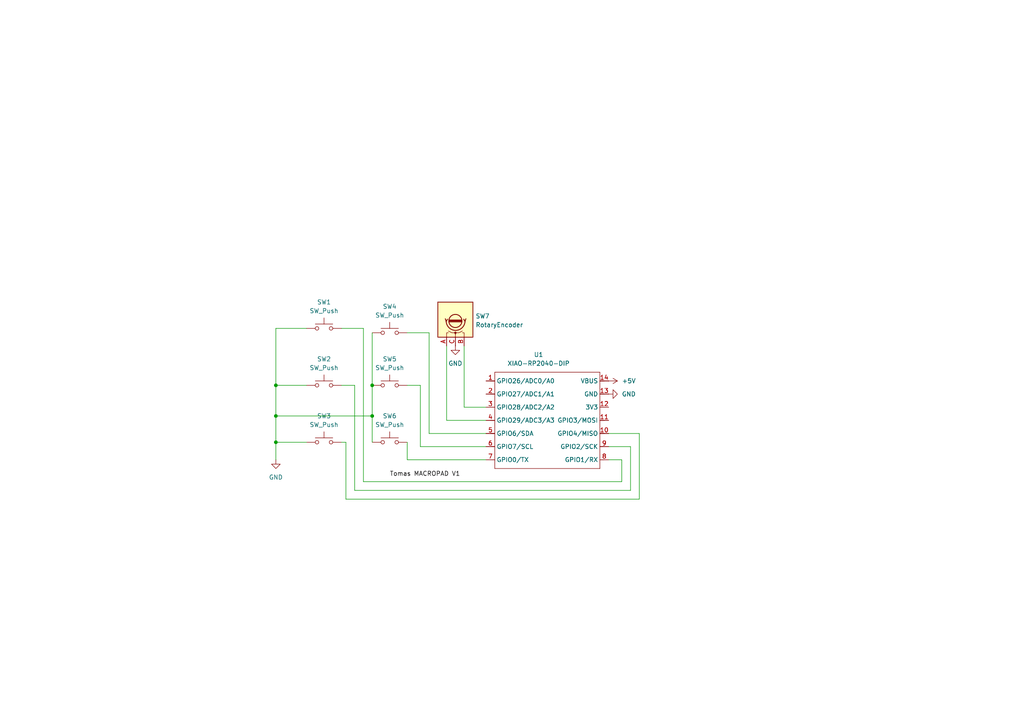
<source format=kicad_sch>
(kicad_sch
	(version 20250114)
	(generator "eeschema")
	(generator_version "9.0")
	(uuid "3523a12a-fb1d-4c0e-aa26-3c5b02e4633b")
	(paper "A4")
	(lib_symbols
		(symbol "Device:RotaryEncoder"
			(pin_names
				(offset 0.254)
				(hide yes)
			)
			(exclude_from_sim no)
			(in_bom yes)
			(on_board yes)
			(property "Reference" "SW"
				(at 0 6.604 0)
				(effects
					(font
						(size 1.27 1.27)
					)
				)
			)
			(property "Value" "RotaryEncoder"
				(at 0 -6.604 0)
				(effects
					(font
						(size 1.27 1.27)
					)
				)
			)
			(property "Footprint" ""
				(at -3.81 4.064 0)
				(effects
					(font
						(size 1.27 1.27)
					)
					(hide yes)
				)
			)
			(property "Datasheet" "~"
				(at 0 6.604 0)
				(effects
					(font
						(size 1.27 1.27)
					)
					(hide yes)
				)
			)
			(property "Description" "Rotary encoder, dual channel, incremental quadrate outputs"
				(at 0 0 0)
				(effects
					(font
						(size 1.27 1.27)
					)
					(hide yes)
				)
			)
			(property "ki_keywords" "rotary switch encoder"
				(at 0 0 0)
				(effects
					(font
						(size 1.27 1.27)
					)
					(hide yes)
				)
			)
			(property "ki_fp_filters" "RotaryEncoder*"
				(at 0 0 0)
				(effects
					(font
						(size 1.27 1.27)
					)
					(hide yes)
				)
			)
			(symbol "RotaryEncoder_0_1"
				(rectangle
					(start -5.08 5.08)
					(end 5.08 -5.08)
					(stroke
						(width 0.254)
						(type default)
					)
					(fill
						(type background)
					)
				)
				(polyline
					(pts
						(xy -5.08 2.54) (xy -3.81 2.54) (xy -3.81 2.032)
					)
					(stroke
						(width 0)
						(type default)
					)
					(fill
						(type none)
					)
				)
				(polyline
					(pts
						(xy -5.08 0) (xy -3.81 0) (xy -3.81 -1.016) (xy -3.302 -2.032)
					)
					(stroke
						(width 0)
						(type default)
					)
					(fill
						(type none)
					)
				)
				(polyline
					(pts
						(xy -5.08 -2.54) (xy -3.81 -2.54) (xy -3.81 -2.032)
					)
					(stroke
						(width 0)
						(type default)
					)
					(fill
						(type none)
					)
				)
				(polyline
					(pts
						(xy -4.318 0) (xy -3.81 0) (xy -3.81 1.016) (xy -3.302 2.032)
					)
					(stroke
						(width 0)
						(type default)
					)
					(fill
						(type none)
					)
				)
				(circle
					(center -3.81 0)
					(radius 0.254)
					(stroke
						(width 0)
						(type default)
					)
					(fill
						(type outline)
					)
				)
				(polyline
					(pts
						(xy -0.635 -1.778) (xy -0.635 1.778)
					)
					(stroke
						(width 0.254)
						(type default)
					)
					(fill
						(type none)
					)
				)
				(circle
					(center -0.381 0)
					(radius 1.905)
					(stroke
						(width 0.254)
						(type default)
					)
					(fill
						(type none)
					)
				)
				(polyline
					(pts
						(xy -0.381 -1.778) (xy -0.381 1.778)
					)
					(stroke
						(width 0.254)
						(type default)
					)
					(fill
						(type none)
					)
				)
				(arc
					(start -0.381 -2.794)
					(mid -3.0988 -0.0635)
					(end -0.381 2.667)
					(stroke
						(width 0.254)
						(type default)
					)
					(fill
						(type none)
					)
				)
				(polyline
					(pts
						(xy -0.127 1.778) (xy -0.127 -1.778)
					)
					(stroke
						(width 0.254)
						(type default)
					)
					(fill
						(type none)
					)
				)
				(polyline
					(pts
						(xy 0.254 2.921) (xy -0.508 2.667) (xy 0.127 2.286)
					)
					(stroke
						(width 0.254)
						(type default)
					)
					(fill
						(type none)
					)
				)
				(polyline
					(pts
						(xy 0.254 -3.048) (xy -0.508 -2.794) (xy 0.127 -2.413)
					)
					(stroke
						(width 0.254)
						(type default)
					)
					(fill
						(type none)
					)
				)
			)
			(symbol "RotaryEncoder_1_1"
				(pin passive line
					(at -7.62 2.54 0)
					(length 2.54)
					(name "A"
						(effects
							(font
								(size 1.27 1.27)
							)
						)
					)
					(number "A"
						(effects
							(font
								(size 1.27 1.27)
							)
						)
					)
				)
				(pin passive line
					(at -7.62 0 0)
					(length 2.54)
					(name "C"
						(effects
							(font
								(size 1.27 1.27)
							)
						)
					)
					(number "C"
						(effects
							(font
								(size 1.27 1.27)
							)
						)
					)
				)
				(pin passive line
					(at -7.62 -2.54 0)
					(length 2.54)
					(name "B"
						(effects
							(font
								(size 1.27 1.27)
							)
						)
					)
					(number "B"
						(effects
							(font
								(size 1.27 1.27)
							)
						)
					)
				)
			)
			(embedded_fonts no)
		)
		(symbol "Switch:SW_Push"
			(pin_numbers
				(hide yes)
			)
			(pin_names
				(offset 1.016)
				(hide yes)
			)
			(exclude_from_sim no)
			(in_bom yes)
			(on_board yes)
			(property "Reference" "SW"
				(at 1.27 2.54 0)
				(effects
					(font
						(size 1.27 1.27)
					)
					(justify left)
				)
			)
			(property "Value" "SW_Push"
				(at 0 -1.524 0)
				(effects
					(font
						(size 1.27 1.27)
					)
				)
			)
			(property "Footprint" ""
				(at 0 5.08 0)
				(effects
					(font
						(size 1.27 1.27)
					)
					(hide yes)
				)
			)
			(property "Datasheet" "~"
				(at 0 5.08 0)
				(effects
					(font
						(size 1.27 1.27)
					)
					(hide yes)
				)
			)
			(property "Description" "Push button switch, generic, two pins"
				(at 0 0 0)
				(effects
					(font
						(size 1.27 1.27)
					)
					(hide yes)
				)
			)
			(property "ki_keywords" "switch normally-open pushbutton push-button"
				(at 0 0 0)
				(effects
					(font
						(size 1.27 1.27)
					)
					(hide yes)
				)
			)
			(symbol "SW_Push_0_1"
				(circle
					(center -2.032 0)
					(radius 0.508)
					(stroke
						(width 0)
						(type default)
					)
					(fill
						(type none)
					)
				)
				(polyline
					(pts
						(xy 0 1.27) (xy 0 3.048)
					)
					(stroke
						(width 0)
						(type default)
					)
					(fill
						(type none)
					)
				)
				(circle
					(center 2.032 0)
					(radius 0.508)
					(stroke
						(width 0)
						(type default)
					)
					(fill
						(type none)
					)
				)
				(polyline
					(pts
						(xy 2.54 1.27) (xy -2.54 1.27)
					)
					(stroke
						(width 0)
						(type default)
					)
					(fill
						(type none)
					)
				)
				(pin passive line
					(at -5.08 0 0)
					(length 2.54)
					(name "1"
						(effects
							(font
								(size 1.27 1.27)
							)
						)
					)
					(number "1"
						(effects
							(font
								(size 1.27 1.27)
							)
						)
					)
				)
				(pin passive line
					(at 5.08 0 180)
					(length 2.54)
					(name "2"
						(effects
							(font
								(size 1.27 1.27)
							)
						)
					)
					(number "2"
						(effects
							(font
								(size 1.27 1.27)
							)
						)
					)
				)
			)
			(embedded_fonts no)
		)
		(symbol "power:+5V"
			(power)
			(pin_numbers
				(hide yes)
			)
			(pin_names
				(offset 0)
				(hide yes)
			)
			(exclude_from_sim no)
			(in_bom yes)
			(on_board yes)
			(property "Reference" "#PWR"
				(at 0 -3.81 0)
				(effects
					(font
						(size 1.27 1.27)
					)
					(hide yes)
				)
			)
			(property "Value" "+5V"
				(at 0 3.556 0)
				(effects
					(font
						(size 1.27 1.27)
					)
				)
			)
			(property "Footprint" ""
				(at 0 0 0)
				(effects
					(font
						(size 1.27 1.27)
					)
					(hide yes)
				)
			)
			(property "Datasheet" ""
				(at 0 0 0)
				(effects
					(font
						(size 1.27 1.27)
					)
					(hide yes)
				)
			)
			(property "Description" "Power symbol creates a global label with name \"+5V\""
				(at 0 0 0)
				(effects
					(font
						(size 1.27 1.27)
					)
					(hide yes)
				)
			)
			(property "ki_keywords" "global power"
				(at 0 0 0)
				(effects
					(font
						(size 1.27 1.27)
					)
					(hide yes)
				)
			)
			(symbol "+5V_0_1"
				(polyline
					(pts
						(xy -0.762 1.27) (xy 0 2.54)
					)
					(stroke
						(width 0)
						(type default)
					)
					(fill
						(type none)
					)
				)
				(polyline
					(pts
						(xy 0 2.54) (xy 0.762 1.27)
					)
					(stroke
						(width 0)
						(type default)
					)
					(fill
						(type none)
					)
				)
				(polyline
					(pts
						(xy 0 0) (xy 0 2.54)
					)
					(stroke
						(width 0)
						(type default)
					)
					(fill
						(type none)
					)
				)
			)
			(symbol "+5V_1_1"
				(pin power_in line
					(at 0 0 90)
					(length 0)
					(name "~"
						(effects
							(font
								(size 1.27 1.27)
							)
						)
					)
					(number "1"
						(effects
							(font
								(size 1.27 1.27)
							)
						)
					)
				)
			)
			(embedded_fonts no)
		)
		(symbol "power:GND"
			(power)
			(pin_numbers
				(hide yes)
			)
			(pin_names
				(offset 0)
				(hide yes)
			)
			(exclude_from_sim no)
			(in_bom yes)
			(on_board yes)
			(property "Reference" "#PWR"
				(at 0 -6.35 0)
				(effects
					(font
						(size 1.27 1.27)
					)
					(hide yes)
				)
			)
			(property "Value" "GND"
				(at 0 -3.81 0)
				(effects
					(font
						(size 1.27 1.27)
					)
				)
			)
			(property "Footprint" ""
				(at 0 0 0)
				(effects
					(font
						(size 1.27 1.27)
					)
					(hide yes)
				)
			)
			(property "Datasheet" ""
				(at 0 0 0)
				(effects
					(font
						(size 1.27 1.27)
					)
					(hide yes)
				)
			)
			(property "Description" "Power symbol creates a global label with name \"GND\" , ground"
				(at 0 0 0)
				(effects
					(font
						(size 1.27 1.27)
					)
					(hide yes)
				)
			)
			(property "ki_keywords" "global power"
				(at 0 0 0)
				(effects
					(font
						(size 1.27 1.27)
					)
					(hide yes)
				)
			)
			(symbol "GND_0_1"
				(polyline
					(pts
						(xy 0 0) (xy 0 -1.27) (xy 1.27 -1.27) (xy 0 -2.54) (xy -1.27 -1.27) (xy 0 -1.27)
					)
					(stroke
						(width 0)
						(type default)
					)
					(fill
						(type none)
					)
				)
			)
			(symbol "GND_1_1"
				(pin power_in line
					(at 0 0 270)
					(length 0)
					(name "~"
						(effects
							(font
								(size 1.27 1.27)
							)
						)
					)
					(number "1"
						(effects
							(font
								(size 1.27 1.27)
							)
						)
					)
				)
			)
			(embedded_fonts no)
		)
		(symbol "seeed:XIAO-RP2040-DIP"
			(exclude_from_sim no)
			(in_bom yes)
			(on_board yes)
			(property "Reference" "U"
				(at 0 0 0)
				(effects
					(font
						(size 1.27 1.27)
					)
				)
			)
			(property "Value" "XIAO-RP2040-DIP"
				(at 5.334 -1.778 0)
				(effects
					(font
						(size 1.27 1.27)
					)
				)
			)
			(property "Footprint" "Module:MOUDLE14P-XIAO-DIP-SMD"
				(at 14.478 -32.258 0)
				(effects
					(font
						(size 1.27 1.27)
					)
					(hide yes)
				)
			)
			(property "Datasheet" ""
				(at 0 0 0)
				(effects
					(font
						(size 1.27 1.27)
					)
					(hide yes)
				)
			)
			(property "Description" ""
				(at 0 0 0)
				(effects
					(font
						(size 1.27 1.27)
					)
					(hide yes)
				)
			)
			(symbol "XIAO-RP2040-DIP_1_0"
				(polyline
					(pts
						(xy -1.27 -2.54) (xy 29.21 -2.54)
					)
					(stroke
						(width 0.1524)
						(type solid)
					)
					(fill
						(type none)
					)
				)
				(polyline
					(pts
						(xy -1.27 -5.08) (xy -2.54 -5.08)
					)
					(stroke
						(width 0.1524)
						(type solid)
					)
					(fill
						(type none)
					)
				)
				(polyline
					(pts
						(xy -1.27 -5.08) (xy -1.27 -2.54)
					)
					(stroke
						(width 0.1524)
						(type solid)
					)
					(fill
						(type none)
					)
				)
				(polyline
					(pts
						(xy -1.27 -8.89) (xy -2.54 -8.89)
					)
					(stroke
						(width 0.1524)
						(type solid)
					)
					(fill
						(type none)
					)
				)
				(polyline
					(pts
						(xy -1.27 -8.89) (xy -1.27 -5.08)
					)
					(stroke
						(width 0.1524)
						(type solid)
					)
					(fill
						(type none)
					)
				)
				(polyline
					(pts
						(xy -1.27 -12.7) (xy -2.54 -12.7)
					)
					(stroke
						(width 0.1524)
						(type solid)
					)
					(fill
						(type none)
					)
				)
				(polyline
					(pts
						(xy -1.27 -12.7) (xy -1.27 -8.89)
					)
					(stroke
						(width 0.1524)
						(type solid)
					)
					(fill
						(type none)
					)
				)
				(polyline
					(pts
						(xy -1.27 -16.51) (xy -2.54 -16.51)
					)
					(stroke
						(width 0.1524)
						(type solid)
					)
					(fill
						(type none)
					)
				)
				(polyline
					(pts
						(xy -1.27 -16.51) (xy -1.27 -12.7)
					)
					(stroke
						(width 0.1524)
						(type solid)
					)
					(fill
						(type none)
					)
				)
				(polyline
					(pts
						(xy -1.27 -20.32) (xy -2.54 -20.32)
					)
					(stroke
						(width 0.1524)
						(type solid)
					)
					(fill
						(type none)
					)
				)
				(polyline
					(pts
						(xy -1.27 -24.13) (xy -2.54 -24.13)
					)
					(stroke
						(width 0.1524)
						(type solid)
					)
					(fill
						(type none)
					)
				)
				(polyline
					(pts
						(xy -1.27 -27.94) (xy -2.54 -27.94)
					)
					(stroke
						(width 0.1524)
						(type solid)
					)
					(fill
						(type none)
					)
				)
				(polyline
					(pts
						(xy -1.27 -30.48) (xy -1.27 -16.51)
					)
					(stroke
						(width 0.1524)
						(type solid)
					)
					(fill
						(type none)
					)
				)
				(polyline
					(pts
						(xy 29.21 -2.54) (xy 29.21 -5.08)
					)
					(stroke
						(width 0.1524)
						(type solid)
					)
					(fill
						(type none)
					)
				)
				(polyline
					(pts
						(xy 29.21 -5.08) (xy 29.21 -8.89)
					)
					(stroke
						(width 0.1524)
						(type solid)
					)
					(fill
						(type none)
					)
				)
				(polyline
					(pts
						(xy 29.21 -8.89) (xy 29.21 -12.7)
					)
					(stroke
						(width 0.1524)
						(type solid)
					)
					(fill
						(type none)
					)
				)
				(polyline
					(pts
						(xy 29.21 -12.7) (xy 29.21 -30.48)
					)
					(stroke
						(width 0.1524)
						(type solid)
					)
					(fill
						(type none)
					)
				)
				(polyline
					(pts
						(xy 29.21 -30.48) (xy -1.27 -30.48)
					)
					(stroke
						(width 0.1524)
						(type solid)
					)
					(fill
						(type none)
					)
				)
				(polyline
					(pts
						(xy 30.48 -5.08) (xy 29.21 -5.08)
					)
					(stroke
						(width 0.1524)
						(type solid)
					)
					(fill
						(type none)
					)
				)
				(polyline
					(pts
						(xy 30.48 -8.89) (xy 29.21 -8.89)
					)
					(stroke
						(width 0.1524)
						(type solid)
					)
					(fill
						(type none)
					)
				)
				(polyline
					(pts
						(xy 30.48 -12.7) (xy 29.21 -12.7)
					)
					(stroke
						(width 0.1524)
						(type solid)
					)
					(fill
						(type none)
					)
				)
				(polyline
					(pts
						(xy 30.48 -16.51) (xy 29.21 -16.51)
					)
					(stroke
						(width 0.1524)
						(type solid)
					)
					(fill
						(type none)
					)
				)
				(polyline
					(pts
						(xy 30.48 -20.32) (xy 29.21 -20.32)
					)
					(stroke
						(width 0.1524)
						(type solid)
					)
					(fill
						(type none)
					)
				)
				(polyline
					(pts
						(xy 30.48 -24.13) (xy 29.21 -24.13)
					)
					(stroke
						(width 0.1524)
						(type solid)
					)
					(fill
						(type none)
					)
				)
				(polyline
					(pts
						(xy 30.48 -27.94) (xy 29.21 -27.94)
					)
					(stroke
						(width 0.1524)
						(type solid)
					)
					(fill
						(type none)
					)
				)
				(pin passive line
					(at -3.81 -5.08 0)
					(length 2.54)
					(name "GPIO26/ADC0/A0"
						(effects
							(font
								(size 1.27 1.27)
							)
						)
					)
					(number "1"
						(effects
							(font
								(size 1.27 1.27)
							)
						)
					)
				)
				(pin passive line
					(at -3.81 -8.89 0)
					(length 2.54)
					(name "GPIO27/ADC1/A1"
						(effects
							(font
								(size 1.27 1.27)
							)
						)
					)
					(number "2"
						(effects
							(font
								(size 1.27 1.27)
							)
						)
					)
				)
				(pin passive line
					(at -3.81 -12.7 0)
					(length 2.54)
					(name "GPIO28/ADC2/A2"
						(effects
							(font
								(size 1.27 1.27)
							)
						)
					)
					(number "3"
						(effects
							(font
								(size 1.27 1.27)
							)
						)
					)
				)
				(pin passive line
					(at -3.81 -16.51 0)
					(length 2.54)
					(name "GPIO29/ADC3/A3"
						(effects
							(font
								(size 1.27 1.27)
							)
						)
					)
					(number "4"
						(effects
							(font
								(size 1.27 1.27)
							)
						)
					)
				)
				(pin passive line
					(at -3.81 -20.32 0)
					(length 2.54)
					(name "GPIO6/SDA"
						(effects
							(font
								(size 1.27 1.27)
							)
						)
					)
					(number "5"
						(effects
							(font
								(size 1.27 1.27)
							)
						)
					)
				)
				(pin passive line
					(at -3.81 -24.13 0)
					(length 2.54)
					(name "GPIO7/SCL"
						(effects
							(font
								(size 1.27 1.27)
							)
						)
					)
					(number "6"
						(effects
							(font
								(size 1.27 1.27)
							)
						)
					)
				)
				(pin passive line
					(at -3.81 -27.94 0)
					(length 2.54)
					(name "GPIO0/TX"
						(effects
							(font
								(size 1.27 1.27)
							)
						)
					)
					(number "7"
						(effects
							(font
								(size 1.27 1.27)
							)
						)
					)
				)
				(pin passive line
					(at 31.75 -5.08 180)
					(length 2.54)
					(name "VBUS"
						(effects
							(font
								(size 1.27 1.27)
							)
						)
					)
					(number "14"
						(effects
							(font
								(size 1.27 1.27)
							)
						)
					)
				)
				(pin passive line
					(at 31.75 -8.89 180)
					(length 2.54)
					(name "GND"
						(effects
							(font
								(size 1.27 1.27)
							)
						)
					)
					(number "13"
						(effects
							(font
								(size 1.27 1.27)
							)
						)
					)
				)
				(pin passive line
					(at 31.75 -12.7 180)
					(length 2.54)
					(name "3V3"
						(effects
							(font
								(size 1.27 1.27)
							)
						)
					)
					(number "12"
						(effects
							(font
								(size 1.27 1.27)
							)
						)
					)
				)
				(pin passive line
					(at 31.75 -16.51 180)
					(length 2.54)
					(name "GPIO3/MOSI"
						(effects
							(font
								(size 1.27 1.27)
							)
						)
					)
					(number "11"
						(effects
							(font
								(size 1.27 1.27)
							)
						)
					)
				)
				(pin passive line
					(at 31.75 -20.32 180)
					(length 2.54)
					(name "GPIO4/MISO"
						(effects
							(font
								(size 1.27 1.27)
							)
						)
					)
					(number "10"
						(effects
							(font
								(size 1.27 1.27)
							)
						)
					)
				)
				(pin passive line
					(at 31.75 -24.13 180)
					(length 2.54)
					(name "GPIO2/SCK"
						(effects
							(font
								(size 1.27 1.27)
							)
						)
					)
					(number "9"
						(effects
							(font
								(size 1.27 1.27)
							)
						)
					)
				)
				(pin passive line
					(at 31.75 -27.94 180)
					(length 2.54)
					(name "GPIO1/RX"
						(effects
							(font
								(size 1.27 1.27)
							)
						)
					)
					(number "8"
						(effects
							(font
								(size 1.27 1.27)
							)
						)
					)
				)
			)
			(embedded_fonts no)
		)
	)
	(junction
		(at 80.01 128.27)
		(diameter 0)
		(color 0 0 0 0)
		(uuid "0d597205-f20f-4d28-a01e-49c3673d4ae8")
	)
	(junction
		(at 80.01 120.65)
		(diameter 0)
		(color 0 0 0 0)
		(uuid "1d8c245a-457e-40eb-836a-a6121486f515")
	)
	(junction
		(at 107.95 120.65)
		(diameter 0)
		(color 0 0 0 0)
		(uuid "81f04870-c40f-4de4-bcee-2f18c9dfc6f1")
	)
	(junction
		(at 107.95 111.76)
		(diameter 0)
		(color 0 0 0 0)
		(uuid "c04e0fa7-2983-4480-a4c7-08a3011f01b2")
	)
	(junction
		(at 80.01 111.76)
		(diameter 0)
		(color 0 0 0 0)
		(uuid "d4109041-e968-4857-bd1f-3b16e27c1385")
	)
	(wire
		(pts
			(xy 80.01 120.65) (xy 80.01 111.76)
		)
		(stroke
			(width 0)
			(type default)
		)
		(uuid "0366a47f-329e-46ba-8942-5e8434f9fb0c")
	)
	(wire
		(pts
			(xy 185.42 144.78) (xy 185.42 125.73)
		)
		(stroke
			(width 0)
			(type default)
		)
		(uuid "068bba5a-4190-4838-845d-2e78c8984b74")
	)
	(wire
		(pts
			(xy 118.11 111.76) (xy 121.92 111.76)
		)
		(stroke
			(width 0)
			(type default)
		)
		(uuid "074ce338-1626-4c7c-86df-d6321746a0d1")
	)
	(wire
		(pts
			(xy 100.33 144.78) (xy 185.42 144.78)
		)
		(stroke
			(width 0)
			(type default)
		)
		(uuid "089b20f7-dcd4-48c4-9d7e-d483ed626ca3")
	)
	(wire
		(pts
			(xy 129.54 100.33) (xy 129.54 121.92)
		)
		(stroke
			(width 0)
			(type default)
		)
		(uuid "0d1bbcf0-ebe5-4b46-8a31-fb45c05476f3")
	)
	(wire
		(pts
			(xy 102.87 111.76) (xy 102.87 142.24)
		)
		(stroke
			(width 0)
			(type default)
		)
		(uuid "1893fc97-9502-4a0d-82d6-858d1a01eb85")
	)
	(wire
		(pts
			(xy 102.87 142.24) (xy 182.88 142.24)
		)
		(stroke
			(width 0)
			(type default)
		)
		(uuid "1c0eb0af-600b-4d30-9f7f-9dac705466b1")
	)
	(wire
		(pts
			(xy 100.33 128.27) (xy 100.33 144.78)
		)
		(stroke
			(width 0)
			(type default)
		)
		(uuid "228ea4a2-3771-4397-85dd-de6eed3e82fd")
	)
	(wire
		(pts
			(xy 176.53 125.73) (xy 185.42 125.73)
		)
		(stroke
			(width 0)
			(type default)
		)
		(uuid "23248c15-d2ce-4459-b955-136d3e475ee6")
	)
	(wire
		(pts
			(xy 105.41 139.7) (xy 180.34 139.7)
		)
		(stroke
			(width 0)
			(type default)
		)
		(uuid "2761687d-282a-423e-84ee-3906102d0310")
	)
	(wire
		(pts
			(xy 118.11 96.52) (xy 124.46 96.52)
		)
		(stroke
			(width 0)
			(type default)
		)
		(uuid "2d30fa0b-2deb-489a-92c9-c69b8cb6acde")
	)
	(wire
		(pts
			(xy 107.95 120.65) (xy 107.95 128.27)
		)
		(stroke
			(width 0)
			(type default)
		)
		(uuid "3993bddf-7623-43d3-8011-9b88109ac384")
	)
	(wire
		(pts
			(xy 176.53 129.54) (xy 182.88 129.54)
		)
		(stroke
			(width 0)
			(type default)
		)
		(uuid "3f97aeff-fea6-4497-a5a3-ac2506a34294")
	)
	(wire
		(pts
			(xy 99.06 128.27) (xy 100.33 128.27)
		)
		(stroke
			(width 0)
			(type default)
		)
		(uuid "435e9959-4043-4217-ba0d-e5583bd0d74a")
	)
	(wire
		(pts
			(xy 134.62 118.11) (xy 140.97 118.11)
		)
		(stroke
			(width 0)
			(type default)
		)
		(uuid "53ed9a7d-1bfe-488e-ac2e-862ce2b8d99c")
	)
	(wire
		(pts
			(xy 121.92 129.54) (xy 140.97 129.54)
		)
		(stroke
			(width 0)
			(type default)
		)
		(uuid "553c48dd-7dea-4dce-ac8c-c2d3694e9202")
	)
	(wire
		(pts
			(xy 124.46 125.73) (xy 140.97 125.73)
		)
		(stroke
			(width 0)
			(type default)
		)
		(uuid "6ac33916-ebfd-4713-8ecf-7d35c0f98f33")
	)
	(wire
		(pts
			(xy 107.95 96.52) (xy 107.95 111.76)
		)
		(stroke
			(width 0)
			(type default)
		)
		(uuid "7024a12e-a42c-4813-8ace-c1220a0994c5")
	)
	(wire
		(pts
			(xy 99.06 95.25) (xy 105.41 95.25)
		)
		(stroke
			(width 0)
			(type default)
		)
		(uuid "73b8143d-8346-4634-9d9c-cbb48971152a")
	)
	(wire
		(pts
			(xy 124.46 96.52) (xy 124.46 125.73)
		)
		(stroke
			(width 0)
			(type default)
		)
		(uuid "78b5a1f8-4ef2-4c4a-9a8e-dd052690572a")
	)
	(wire
		(pts
			(xy 118.11 133.35) (xy 140.97 133.35)
		)
		(stroke
			(width 0)
			(type default)
		)
		(uuid "8e65bdb1-6de5-45df-8f76-b681832f1a1a")
	)
	(wire
		(pts
			(xy 88.9 128.27) (xy 80.01 128.27)
		)
		(stroke
			(width 0)
			(type default)
		)
		(uuid "97845816-42a0-47a4-a68b-78da7153d29b")
	)
	(wire
		(pts
			(xy 121.92 111.76) (xy 121.92 129.54)
		)
		(stroke
			(width 0)
			(type default)
		)
		(uuid "9a5913de-5999-4a73-a29c-b4f5e879a409")
	)
	(wire
		(pts
			(xy 182.88 142.24) (xy 182.88 129.54)
		)
		(stroke
			(width 0)
			(type default)
		)
		(uuid "9c487c1b-30ee-4846-b0dc-1f4f1afec756")
	)
	(wire
		(pts
			(xy 80.01 95.25) (xy 88.9 95.25)
		)
		(stroke
			(width 0)
			(type default)
		)
		(uuid "ae77b79e-ea6b-43df-97c0-cf343f7a747c")
	)
	(wire
		(pts
			(xy 134.62 118.11) (xy 134.62 100.33)
		)
		(stroke
			(width 0)
			(type default)
		)
		(uuid "af1ea132-e98e-44c5-acb8-ffaacd6fba09")
	)
	(wire
		(pts
			(xy 107.95 111.76) (xy 107.95 120.65)
		)
		(stroke
			(width 0)
			(type default)
		)
		(uuid "bb08d6bd-1dc6-4d53-ae27-cc3af9670f04")
	)
	(wire
		(pts
			(xy 80.01 120.65) (xy 107.95 120.65)
		)
		(stroke
			(width 0)
			(type default)
		)
		(uuid "bf683671-93e4-4d7b-b381-b3f9fd810cd9")
	)
	(wire
		(pts
			(xy 118.11 128.27) (xy 118.11 133.35)
		)
		(stroke
			(width 0)
			(type default)
		)
		(uuid "d0bb1760-cb2d-4c01-8cd5-cf4223af3ae2")
	)
	(wire
		(pts
			(xy 80.01 111.76) (xy 88.9 111.76)
		)
		(stroke
			(width 0)
			(type default)
		)
		(uuid "d5ab4f9a-bc73-4a25-97d3-f966ca52890f")
	)
	(wire
		(pts
			(xy 80.01 128.27) (xy 80.01 120.65)
		)
		(stroke
			(width 0)
			(type default)
		)
		(uuid "d677b180-24c6-4923-b11b-2708784f315f")
	)
	(wire
		(pts
			(xy 180.34 139.7) (xy 180.34 133.35)
		)
		(stroke
			(width 0)
			(type default)
		)
		(uuid "d8c27a56-45f2-4149-8c1a-8f99dccef380")
	)
	(wire
		(pts
			(xy 99.06 111.76) (xy 102.87 111.76)
		)
		(stroke
			(width 0)
			(type default)
		)
		(uuid "dc3ba3ba-ef98-4650-a3d2-0bb77f7501c8")
	)
	(wire
		(pts
			(xy 80.01 128.27) (xy 80.01 133.35)
		)
		(stroke
			(width 0)
			(type default)
		)
		(uuid "e6a935a1-2ded-43e5-aefb-29058840f91b")
	)
	(wire
		(pts
			(xy 129.54 121.92) (xy 140.97 121.92)
		)
		(stroke
			(width 0)
			(type default)
		)
		(uuid "e8509d11-2d41-49aa-b6de-ceb972a72b09")
	)
	(wire
		(pts
			(xy 176.53 133.35) (xy 180.34 133.35)
		)
		(stroke
			(width 0)
			(type default)
		)
		(uuid "e95f6a22-fc9e-4d00-9002-3bf1f77de5f4")
	)
	(wire
		(pts
			(xy 105.41 95.25) (xy 105.41 139.7)
		)
		(stroke
			(width 0)
			(type default)
		)
		(uuid "ecc11043-b70b-4d52-801d-25d56d698e70")
	)
	(wire
		(pts
			(xy 80.01 111.76) (xy 80.01 95.25)
		)
		(stroke
			(width 0)
			(type default)
		)
		(uuid "f6dd1fb9-e0fe-4d7a-b691-81c59afc0dc4")
	)
	(label "Tomas MACROPAD V1"
		(at 113.03 138.43 0)
		(effects
			(font
				(size 1.27 1.27)
			)
			(justify left bottom)
		)
		(uuid "06709efb-ac59-4bd9-a3dc-e98066e9d029")
	)
	(symbol
		(lib_id "Switch:SW_Push")
		(at 93.98 111.76 0)
		(unit 1)
		(exclude_from_sim no)
		(in_bom yes)
		(on_board yes)
		(dnp no)
		(fields_autoplaced yes)
		(uuid "132d5cad-3da3-43fa-a96b-0af2eb30c5b3")
		(property "Reference" "SW2"
			(at 93.98 104.14 0)
			(effects
				(font
					(size 1.27 1.27)
				)
			)
		)
		(property "Value" "SW_Push"
			(at 93.98 106.68 0)
			(effects
				(font
					(size 1.27 1.27)
				)
			)
		)
		(property "Footprint" "Button_Switch_Keyboard:SW_Cherry_MX_1.00u_PCB"
			(at 93.98 106.68 0)
			(effects
				(font
					(size 1.27 1.27)
				)
				(hide yes)
			)
		)
		(property "Datasheet" "~"
			(at 93.98 106.68 0)
			(effects
				(font
					(size 1.27 1.27)
				)
				(hide yes)
			)
		)
		(property "Description" "Push button switch, generic, two pins"
			(at 93.98 111.76 0)
			(effects
				(font
					(size 1.27 1.27)
				)
				(hide yes)
			)
		)
		(pin "2"
			(uuid "fb459b26-5e2b-4fa7-9614-48755b5aff10")
		)
		(pin "1"
			(uuid "07213228-9ce2-4353-a1bf-76aebbcfac6d")
		)
		(instances
			(project ""
				(path "/3523a12a-fb1d-4c0e-aa26-3c5b02e4633b"
					(reference "SW2")
					(unit 1)
				)
			)
		)
	)
	(symbol
		(lib_id "power:GND")
		(at 80.01 133.35 0)
		(unit 1)
		(exclude_from_sim no)
		(in_bom yes)
		(on_board yes)
		(dnp no)
		(fields_autoplaced yes)
		(uuid "1ce43a2e-b771-4d67-96ad-3ca4e001a9fe")
		(property "Reference" "#PWR01"
			(at 80.01 139.7 0)
			(effects
				(font
					(size 1.27 1.27)
				)
				(hide yes)
			)
		)
		(property "Value" "GND"
			(at 80.01 138.43 0)
			(effects
				(font
					(size 1.27 1.27)
				)
			)
		)
		(property "Footprint" ""
			(at 80.01 133.35 0)
			(effects
				(font
					(size 1.27 1.27)
				)
				(hide yes)
			)
		)
		(property "Datasheet" ""
			(at 80.01 133.35 0)
			(effects
				(font
					(size 1.27 1.27)
				)
				(hide yes)
			)
		)
		(property "Description" "Power symbol creates a global label with name \"GND\" , ground"
			(at 80.01 133.35 0)
			(effects
				(font
					(size 1.27 1.27)
				)
				(hide yes)
			)
		)
		(pin "1"
			(uuid "8264daee-6094-4738-b057-db298df13cb6")
		)
		(instances
			(project ""
				(path "/3523a12a-fb1d-4c0e-aa26-3c5b02e4633b"
					(reference "#PWR01")
					(unit 1)
				)
			)
		)
	)
	(symbol
		(lib_id "power:+5V")
		(at 176.53 110.49 270)
		(unit 1)
		(exclude_from_sim no)
		(in_bom yes)
		(on_board yes)
		(dnp no)
		(fields_autoplaced yes)
		(uuid "45d1fc67-9820-4ecc-9380-742963ace7f6")
		(property "Reference" "#PWR02"
			(at 172.72 110.49 0)
			(effects
				(font
					(size 1.27 1.27)
				)
				(hide yes)
			)
		)
		(property "Value" "+5V"
			(at 180.34 110.4899 90)
			(effects
				(font
					(size 1.27 1.27)
				)
				(justify left)
			)
		)
		(property "Footprint" ""
			(at 176.53 110.49 0)
			(effects
				(font
					(size 1.27 1.27)
				)
				(hide yes)
			)
		)
		(property "Datasheet" ""
			(at 176.53 110.49 0)
			(effects
				(font
					(size 1.27 1.27)
				)
				(hide yes)
			)
		)
		(property "Description" "Power symbol creates a global label with name \"+5V\""
			(at 176.53 110.49 0)
			(effects
				(font
					(size 1.27 1.27)
				)
				(hide yes)
			)
		)
		(pin "1"
			(uuid "9243c6c3-86c3-4413-880f-c57aac1d1ad2")
		)
		(instances
			(project ""
				(path "/3523a12a-fb1d-4c0e-aa26-3c5b02e4633b"
					(reference "#PWR02")
					(unit 1)
				)
			)
		)
	)
	(symbol
		(lib_id "Switch:SW_Push")
		(at 93.98 128.27 0)
		(unit 1)
		(exclude_from_sim no)
		(in_bom yes)
		(on_board yes)
		(dnp no)
		(fields_autoplaced yes)
		(uuid "4f488f7d-8b9d-4ceb-b123-78992829b911")
		(property "Reference" "SW3"
			(at 93.98 120.65 0)
			(effects
				(font
					(size 1.27 1.27)
				)
			)
		)
		(property "Value" "SW_Push"
			(at 93.98 123.19 0)
			(effects
				(font
					(size 1.27 1.27)
				)
			)
		)
		(property "Footprint" "Button_Switch_Keyboard:SW_Cherry_MX_1.00u_PCB"
			(at 93.98 123.19 0)
			(effects
				(font
					(size 1.27 1.27)
				)
				(hide yes)
			)
		)
		(property "Datasheet" "~"
			(at 93.98 123.19 0)
			(effects
				(font
					(size 1.27 1.27)
				)
				(hide yes)
			)
		)
		(property "Description" "Push button switch, generic, two pins"
			(at 93.98 128.27 0)
			(effects
				(font
					(size 1.27 1.27)
				)
				(hide yes)
			)
		)
		(pin "1"
			(uuid "6a28fe52-ec26-40de-952d-b0d32bb58984")
		)
		(pin "2"
			(uuid "37361ab6-c405-4f48-a8fb-efd5fa7d69e0")
		)
		(instances
			(project ""
				(path "/3523a12a-fb1d-4c0e-aa26-3c5b02e4633b"
					(reference "SW3")
					(unit 1)
				)
			)
		)
	)
	(symbol
		(lib_id "Switch:SW_Push")
		(at 93.98 95.25 0)
		(unit 1)
		(exclude_from_sim no)
		(in_bom yes)
		(on_board yes)
		(dnp no)
		(fields_autoplaced yes)
		(uuid "5bd4e955-d3cc-4052-9739-d698217825d4")
		(property "Reference" "SW1"
			(at 93.98 87.63 0)
			(effects
				(font
					(size 1.27 1.27)
				)
			)
		)
		(property "Value" "SW_Push"
			(at 93.98 90.17 0)
			(effects
				(font
					(size 1.27 1.27)
				)
			)
		)
		(property "Footprint" "Button_Switch_Keyboard:SW_Cherry_MX_1.00u_PCB"
			(at 93.98 90.17 0)
			(effects
				(font
					(size 1.27 1.27)
				)
				(hide yes)
			)
		)
		(property "Datasheet" "~"
			(at 93.98 90.17 0)
			(effects
				(font
					(size 1.27 1.27)
				)
				(hide yes)
			)
		)
		(property "Description" "Push button switch, generic, two pins"
			(at 93.98 95.25 0)
			(effects
				(font
					(size 1.27 1.27)
				)
				(hide yes)
			)
		)
		(pin "1"
			(uuid "8f769962-2485-4127-a446-11da27512c38")
		)
		(pin "2"
			(uuid "33f912ec-607d-481f-9618-32a5531a59bd")
		)
		(instances
			(project ""
				(path "/3523a12a-fb1d-4c0e-aa26-3c5b02e4633b"
					(reference "SW1")
					(unit 1)
				)
			)
		)
	)
	(symbol
		(lib_id "Switch:SW_Push")
		(at 113.03 111.76 0)
		(unit 1)
		(exclude_from_sim no)
		(in_bom yes)
		(on_board yes)
		(dnp no)
		(fields_autoplaced yes)
		(uuid "63106f74-b3e2-4910-9a33-7fdce0b7db04")
		(property "Reference" "SW5"
			(at 113.03 104.14 0)
			(effects
				(font
					(size 1.27 1.27)
				)
			)
		)
		(property "Value" "SW_Push"
			(at 113.03 106.68 0)
			(effects
				(font
					(size 1.27 1.27)
				)
			)
		)
		(property "Footprint" "Button_Switch_Keyboard:SW_Cherry_MX_1.00u_PCB"
			(at 113.03 106.68 0)
			(effects
				(font
					(size 1.27 1.27)
				)
				(hide yes)
			)
		)
		(property "Datasheet" "~"
			(at 113.03 106.68 0)
			(effects
				(font
					(size 1.27 1.27)
				)
				(hide yes)
			)
		)
		(property "Description" "Push button switch, generic, two pins"
			(at 113.03 111.76 0)
			(effects
				(font
					(size 1.27 1.27)
				)
				(hide yes)
			)
		)
		(pin "1"
			(uuid "b91311cc-cec5-44e0-9287-dae052a0103a")
		)
		(pin "2"
			(uuid "80af0ecf-eb9c-4f24-97db-8755a9fb4f7b")
		)
		(instances
			(project ""
				(path "/3523a12a-fb1d-4c0e-aa26-3c5b02e4633b"
					(reference "SW5")
					(unit 1)
				)
			)
		)
	)
	(symbol
		(lib_id "Device:RotaryEncoder")
		(at 132.08 92.71 90)
		(unit 1)
		(exclude_from_sim no)
		(in_bom yes)
		(on_board yes)
		(dnp no)
		(uuid "79cbb56f-b91b-4a61-b771-375d36591a35")
		(property "Reference" "SW7"
			(at 137.922 91.694 90)
			(effects
				(font
					(size 1.27 1.27)
				)
				(justify right)
			)
		)
		(property "Value" "RotaryEncoder"
			(at 137.922 94.234 90)
			(effects
				(font
					(size 1.27 1.27)
				)
				(justify right)
			)
		)
		(property "Footprint" "Rotary_Encoder:RotaryEncoder_Alps_EC11E_Vertical_H20mm"
			(at 128.016 96.52 0)
			(effects
				(font
					(size 1.27 1.27)
				)
				(hide yes)
			)
		)
		(property "Datasheet" "~"
			(at 125.476 92.71 0)
			(effects
				(font
					(size 1.27 1.27)
				)
				(hide yes)
			)
		)
		(property "Description" "Rotary encoder, dual channel, incremental quadrate outputs"
			(at 132.08 92.71 0)
			(effects
				(font
					(size 1.27 1.27)
				)
				(hide yes)
			)
		)
		(pin "A"
			(uuid "a0c0a3b1-a336-42fa-bd65-ed37c6a4fd43")
		)
		(pin "C"
			(uuid "27b882fb-0f03-4061-ba11-5a3425b6c6f2")
		)
		(pin "B"
			(uuid "c3787897-666a-44f6-931e-db3d4e0ae6b0")
		)
		(instances
			(project ""
				(path "/3523a12a-fb1d-4c0e-aa26-3c5b02e4633b"
					(reference "SW7")
					(unit 1)
				)
			)
		)
	)
	(symbol
		(lib_id "Switch:SW_Push")
		(at 113.03 128.27 0)
		(unit 1)
		(exclude_from_sim no)
		(in_bom yes)
		(on_board yes)
		(dnp no)
		(fields_autoplaced yes)
		(uuid "93a97a09-6a24-4dc6-8c2a-18d9e8cb8216")
		(property "Reference" "SW6"
			(at 113.03 120.65 0)
			(effects
				(font
					(size 1.27 1.27)
				)
			)
		)
		(property "Value" "SW_Push"
			(at 113.03 123.19 0)
			(effects
				(font
					(size 1.27 1.27)
				)
			)
		)
		(property "Footprint" "Button_Switch_Keyboard:SW_Cherry_MX_1.00u_PCB"
			(at 113.03 123.19 0)
			(effects
				(font
					(size 1.27 1.27)
				)
				(hide yes)
			)
		)
		(property "Datasheet" "~"
			(at 113.03 123.19 0)
			(effects
				(font
					(size 1.27 1.27)
				)
				(hide yes)
			)
		)
		(property "Description" "Push button switch, generic, two pins"
			(at 113.03 128.27 0)
			(effects
				(font
					(size 1.27 1.27)
				)
				(hide yes)
			)
		)
		(pin "1"
			(uuid "ccd244d4-78a9-48b1-bb0c-52f6b1a1c31e")
		)
		(pin "2"
			(uuid "b3be0e3a-5503-41cc-9b10-c5a1a39e5496")
		)
		(instances
			(project ""
				(path "/3523a12a-fb1d-4c0e-aa26-3c5b02e4633b"
					(reference "SW6")
					(unit 1)
				)
			)
		)
	)
	(symbol
		(lib_id "seeed:XIAO-RP2040-DIP")
		(at 144.78 105.41 0)
		(unit 1)
		(exclude_from_sim no)
		(in_bom yes)
		(on_board yes)
		(dnp no)
		(uuid "c6caa62f-2997-4929-899a-dce0ebec04d1")
		(property "Reference" "U1"
			(at 156.21 102.87 0)
			(effects
				(font
					(size 1.27 1.27)
				)
			)
		)
		(property "Value" "XIAO-RP2040-DIP"
			(at 156.21 105.41 0)
			(effects
				(font
					(size 1.27 1.27)
				)
			)
		)
		(property "Footprint" "OPL:XIAO-RP2040-DIP"
			(at 159.258 137.668 0)
			(effects
				(font
					(size 1.27 1.27)
				)
				(hide yes)
			)
		)
		(property "Datasheet" ""
			(at 144.78 105.41 0)
			(effects
				(font
					(size 1.27 1.27)
				)
				(hide yes)
			)
		)
		(property "Description" ""
			(at 144.78 105.41 0)
			(effects
				(font
					(size 1.27 1.27)
				)
				(hide yes)
			)
		)
		(pin "4"
			(uuid "56cd8cc6-8ab4-43fc-af2f-34cc26e6eb90")
		)
		(pin "11"
			(uuid "99e15450-6749-4671-9536-7d80d518af3b")
		)
		(pin "1"
			(uuid "d5306871-e851-4c5b-bc86-9dbe265adb9c")
		)
		(pin "6"
			(uuid "db64c4e2-f4a5-430e-827a-93399716e434")
		)
		(pin "7"
			(uuid "dd315250-6fa3-4153-9c94-d880accd688d")
		)
		(pin "3"
			(uuid "707f12fa-9682-4659-ac9e-55f6d1ee9a52")
		)
		(pin "5"
			(uuid "d211ef9c-8e4d-48d4-8e59-fb2a0a4153eb")
		)
		(pin "13"
			(uuid "3f5cc966-83b3-4547-8de3-ad44dddb15ad")
		)
		(pin "12"
			(uuid "5cea1594-1fff-4cd5-8b02-45201c9dc4ca")
		)
		(pin "2"
			(uuid "d79c4c12-dbd3-4609-b921-9b3cf790507c")
		)
		(pin "14"
			(uuid "83fad2de-7f5b-43f6-b001-2d88e6828a60")
		)
		(pin "10"
			(uuid "d077b2a8-f5db-47ed-8cd6-214e1d7368dd")
		)
		(pin "8"
			(uuid "510483f3-dd50-4692-8459-aa63cc7e006b")
		)
		(pin "9"
			(uuid "e80403b3-bfed-446f-b285-f579c8ed97ce")
		)
		(instances
			(project ""
				(path "/3523a12a-fb1d-4c0e-aa26-3c5b02e4633b"
					(reference "U1")
					(unit 1)
				)
			)
		)
	)
	(symbol
		(lib_id "power:GND")
		(at 132.08 100.33 0)
		(unit 1)
		(exclude_from_sim no)
		(in_bom yes)
		(on_board yes)
		(dnp no)
		(fields_autoplaced yes)
		(uuid "d31cd09a-329a-4c12-bb35-29c129bf0476")
		(property "Reference" "#PWR05"
			(at 132.08 106.68 0)
			(effects
				(font
					(size 1.27 1.27)
				)
				(hide yes)
			)
		)
		(property "Value" "GND"
			(at 132.08 105.41 0)
			(effects
				(font
					(size 1.27 1.27)
				)
			)
		)
		(property "Footprint" ""
			(at 132.08 100.33 0)
			(effects
				(font
					(size 1.27 1.27)
				)
				(hide yes)
			)
		)
		(property "Datasheet" ""
			(at 132.08 100.33 0)
			(effects
				(font
					(size 1.27 1.27)
				)
				(hide yes)
			)
		)
		(property "Description" "Power symbol creates a global label with name \"GND\" , ground"
			(at 132.08 100.33 0)
			(effects
				(font
					(size 1.27 1.27)
				)
				(hide yes)
			)
		)
		(pin "1"
			(uuid "39c62196-8af4-4a34-9420-0371e01a6974")
		)
		(instances
			(project ""
				(path "/3523a12a-fb1d-4c0e-aa26-3c5b02e4633b"
					(reference "#PWR05")
					(unit 1)
				)
			)
		)
	)
	(symbol
		(lib_id "Switch:SW_Push")
		(at 113.03 96.52 0)
		(unit 1)
		(exclude_from_sim no)
		(in_bom yes)
		(on_board yes)
		(dnp no)
		(fields_autoplaced yes)
		(uuid "f29c4836-1dc0-4405-a4f4-2584d62efba6")
		(property "Reference" "SW4"
			(at 113.03 88.9 0)
			(effects
				(font
					(size 1.27 1.27)
				)
			)
		)
		(property "Value" "SW_Push"
			(at 113.03 91.44 0)
			(effects
				(font
					(size 1.27 1.27)
				)
			)
		)
		(property "Footprint" "Button_Switch_Keyboard:SW_Cherry_MX_1.00u_PCB"
			(at 113.03 91.44 0)
			(effects
				(font
					(size 1.27 1.27)
				)
				(hide yes)
			)
		)
		(property "Datasheet" "~"
			(at 113.03 91.44 0)
			(effects
				(font
					(size 1.27 1.27)
				)
				(hide yes)
			)
		)
		(property "Description" "Push button switch, generic, two pins"
			(at 113.03 96.52 0)
			(effects
				(font
					(size 1.27 1.27)
				)
				(hide yes)
			)
		)
		(pin "2"
			(uuid "34422a57-839a-4420-9026-a7da62c054d7")
		)
		(pin "1"
			(uuid "13fa11fb-79d0-4e80-b25b-e332489d896d")
		)
		(instances
			(project ""
				(path "/3523a12a-fb1d-4c0e-aa26-3c5b02e4633b"
					(reference "SW4")
					(unit 1)
				)
			)
		)
	)
	(symbol
		(lib_id "power:GND")
		(at 176.53 114.3 90)
		(unit 1)
		(exclude_from_sim no)
		(in_bom yes)
		(on_board yes)
		(dnp no)
		(fields_autoplaced yes)
		(uuid "f946c47b-73cc-4852-b8c4-06fcd7452b1f")
		(property "Reference" "#PWR03"
			(at 182.88 114.3 0)
			(effects
				(font
					(size 1.27 1.27)
				)
				(hide yes)
			)
		)
		(property "Value" "GND"
			(at 180.34 114.2999 90)
			(effects
				(font
					(size 1.27 1.27)
				)
				(justify right)
			)
		)
		(property "Footprint" ""
			(at 176.53 114.3 0)
			(effects
				(font
					(size 1.27 1.27)
				)
				(hide yes)
			)
		)
		(property "Datasheet" ""
			(at 176.53 114.3 0)
			(effects
				(font
					(size 1.27 1.27)
				)
				(hide yes)
			)
		)
		(property "Description" "Power symbol creates a global label with name \"GND\" , ground"
			(at 176.53 114.3 0)
			(effects
				(font
					(size 1.27 1.27)
				)
				(hide yes)
			)
		)
		(pin "1"
			(uuid "1f195f56-0013-44c9-85d3-5fd1495bdc10")
		)
		(instances
			(project ""
				(path "/3523a12a-fb1d-4c0e-aa26-3c5b02e4633b"
					(reference "#PWR03")
					(unit 1)
				)
			)
		)
	)
	(sheet_instances
		(path "/"
			(page "1")
		)
	)
	(embedded_fonts no)
)

</source>
